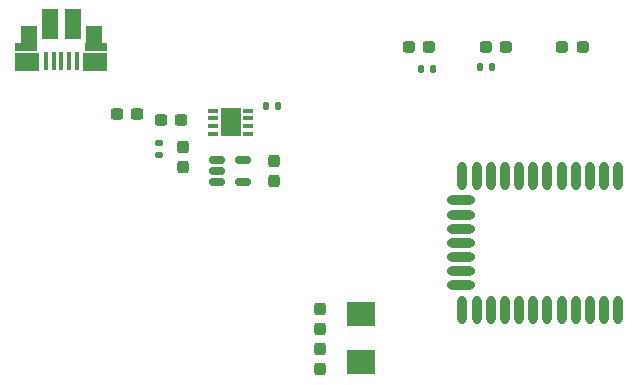
<source format=gbr>
%TF.GenerationSoftware,KiCad,Pcbnew,7.0.7*%
%TF.CreationDate,2023-10-31T18:53:21-05:00*%
%TF.ProjectId,KeyboardPCB,4b657962-6f61-4726-9450-43422e6b6963,rev?*%
%TF.SameCoordinates,Original*%
%TF.FileFunction,Paste,Top*%
%TF.FilePolarity,Positive*%
%FSLAX46Y46*%
G04 Gerber Fmt 4.6, Leading zero omitted, Abs format (unit mm)*
G04 Created by KiCad (PCBNEW 7.0.7) date 2023-10-31 18:53:21*
%MOMM*%
%LPD*%
G01*
G04 APERTURE LIST*
G04 Aperture macros list*
%AMRoundRect*
0 Rectangle with rounded corners*
0 $1 Rounding radius*
0 $2 $3 $4 $5 $6 $7 $8 $9 X,Y pos of 4 corners*
0 Add a 4 corners polygon primitive as box body*
4,1,4,$2,$3,$4,$5,$6,$7,$8,$9,$2,$3,0*
0 Add four circle primitives for the rounded corners*
1,1,$1+$1,$2,$3*
1,1,$1+$1,$4,$5*
1,1,$1+$1,$6,$7*
1,1,$1+$1,$8,$9*
0 Add four rect primitives between the rounded corners*
20,1,$1+$1,$2,$3,$4,$5,0*
20,1,$1+$1,$4,$5,$6,$7,0*
20,1,$1+$1,$6,$7,$8,$9,0*
20,1,$1+$1,$8,$9,$2,$3,0*%
G04 Aperture macros list end*
%ADD10RoundRect,0.237500X-0.287500X-0.237500X0.287500X-0.237500X0.287500X0.237500X-0.287500X0.237500X0*%
%ADD11RoundRect,0.150000X-0.512500X-0.150000X0.512500X-0.150000X0.512500X0.150000X-0.512500X0.150000X0*%
%ADD12RoundRect,0.237500X0.300000X0.237500X-0.300000X0.237500X-0.300000X-0.237500X0.300000X-0.237500X0*%
%ADD13R,2.400000X2.000000*%
%ADD14RoundRect,0.237500X0.237500X-0.300000X0.237500X0.300000X-0.237500X0.300000X-0.237500X-0.300000X0*%
%ADD15O,0.800000X2.400000*%
%ADD16O,2.400000X0.800000*%
%ADD17RoundRect,0.135000X-0.135000X-0.185000X0.135000X-0.185000X0.135000X0.185000X-0.135000X0.185000X0*%
%ADD18R,0.850000X0.350000*%
%ADD19R,1.700000X2.450000*%
%ADD20RoundRect,0.135000X-0.185000X0.135000X-0.185000X-0.135000X0.185000X-0.135000X0.185000X0.135000X0*%
%ADD21R,0.400000X1.650000*%
%ADD22R,1.825000X0.700000*%
%ADD23R,2.000000X1.500000*%
%ADD24R,1.350000X2.000000*%
%ADD25R,1.430000X2.500000*%
%ADD26RoundRect,0.237500X-0.237500X0.300000X-0.237500X-0.300000X0.237500X-0.300000X0.237500X0.300000X0*%
G04 APERTURE END LIST*
D10*
%TO.C,D9*%
X689523000Y-176079000D03*
X691273000Y-176079000D03*
%TD*%
D11*
%TO.C,U2*%
X660262500Y-185650000D03*
X660262500Y-186600000D03*
X660262500Y-187550000D03*
X662537500Y-187550000D03*
X662537500Y-185650000D03*
%TD*%
D12*
%TO.C,C17*%
X657262500Y-182300000D03*
X655537500Y-182300000D03*
%TD*%
D13*
%TO.C,X2*%
X672500000Y-198737500D03*
X672500000Y-202737500D03*
%TD*%
D14*
%TO.C,C8*%
X669000000Y-200000000D03*
X669000000Y-198275000D03*
%TD*%
D15*
%TO.C,IC2*%
X694273000Y-187029000D03*
X693073000Y-187029000D03*
X691873000Y-187029000D03*
X690673000Y-187029000D03*
X689473000Y-187029000D03*
X688273000Y-187029000D03*
X687073000Y-187029000D03*
X685873000Y-187029000D03*
X684673000Y-187029000D03*
X683473000Y-187029000D03*
X682273000Y-187029000D03*
X681073000Y-187029000D03*
D16*
X680973000Y-189079000D03*
X680973000Y-190279000D03*
X680973000Y-191479000D03*
X680973000Y-192679000D03*
X680973000Y-193879000D03*
X680973000Y-195079000D03*
X680973000Y-196279000D03*
D15*
X681073000Y-198329000D03*
X682273000Y-198329000D03*
X683473000Y-198329000D03*
X684673000Y-198329000D03*
X685873000Y-198329000D03*
X687073000Y-198329000D03*
X688273000Y-198329000D03*
X689473000Y-198329000D03*
X690673000Y-198329000D03*
X691873000Y-198329000D03*
X693073000Y-198329000D03*
X694273000Y-198329000D03*
%TD*%
D12*
%TO.C,C19*%
X653562500Y-181800000D03*
X651837500Y-181800000D03*
%TD*%
D14*
%TO.C,C16*%
X665100000Y-187462500D03*
X665100000Y-185737500D03*
%TD*%
D17*
%TO.C,R7*%
X664480000Y-181100000D03*
X665500000Y-181100000D03*
%TD*%
%TO.C,R10*%
X682590000Y-177800000D03*
X683610000Y-177800000D03*
%TD*%
%TO.C,R6*%
X677580000Y-178000000D03*
X678600000Y-178000000D03*
%TD*%
D18*
%TO.C,IC1*%
X662900000Y-183450000D03*
X662900000Y-182800000D03*
X662900000Y-182150000D03*
X662900000Y-181500000D03*
X660000000Y-181500000D03*
X660000000Y-182150000D03*
X660000000Y-182800000D03*
X660000000Y-183450000D03*
D19*
X661450000Y-182475000D03*
%TD*%
D10*
%TO.C,D20*%
X683058000Y-176079000D03*
X684808000Y-176079000D03*
%TD*%
D20*
%TO.C,R2*%
X655400000Y-184190000D03*
X655400000Y-185210000D03*
%TD*%
D10*
%TO.C,D71*%
X676525000Y-176100000D03*
X678275000Y-176100000D03*
%TD*%
D21*
%TO.C,J1*%
X648425000Y-177279000D03*
X647775000Y-177279000D03*
X647125000Y-177279000D03*
X646475000Y-177279000D03*
X645825000Y-177279000D03*
D22*
X650075000Y-176079000D03*
D23*
X649975000Y-177379000D03*
D24*
X649855000Y-175329000D03*
D25*
X648085000Y-174129000D03*
X646165000Y-174129000D03*
D24*
X644375000Y-175329000D03*
D23*
X644225000Y-177399000D03*
D22*
X644125000Y-176079000D03*
%TD*%
D14*
%TO.C,C15*%
X657400000Y-186262500D03*
X657400000Y-184537500D03*
%TD*%
D26*
%TO.C,C9*%
X669000000Y-201675000D03*
X669000000Y-203400000D03*
%TD*%
M02*

</source>
